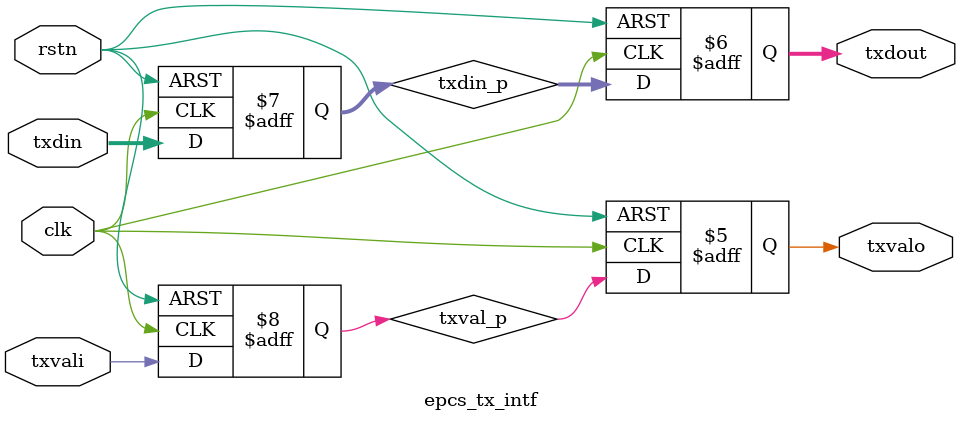
<source format=v>

module epcs_tx_intf( clk, rstn, txvali, txdin, txvalo, txdout );
input clk, rstn;
input [19:0] txdin;
input txvali;
output reg txvalo;
output reg [19:0] txdout;

reg [19:0] txdin_p;
reg txval_p;

always @(posedge clk or negedge rstn)
  if (!rstn)
  begin
    txdin_p <= 20'd0;    
    txval_p <= 1'b0;
  end
  else
  begin
   txdin_p <= txdin;
   txval_p <= txvali;
  end

always @(posedge clk or negedge rstn)
  if (!rstn)
  begin
    txdout <= 20'd0;    
    txvalo <= 1'b0;
  end
  else
  begin
   txdout <= txdin_p;
   txvalo <= txval_p;
  end

   
endmodule


</source>
